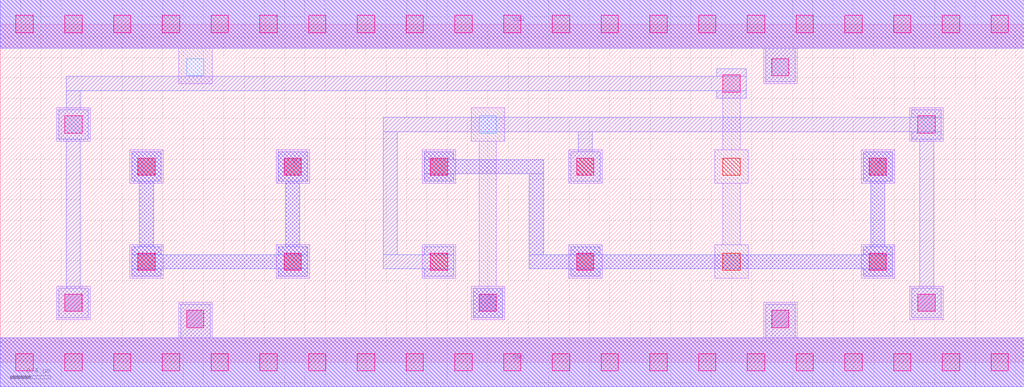
<source format=lef>
MACRO XNOR2X1
 CLASS CORE ;
 FOREIGN XNOR2X1 0 0 ;
 SIZE 10.08 BY 3.33 ;
 ORIGIN 0 0 ;
 SYMMETRY X Y R90 ;
 SITE unit ;
  PIN VDD
   DIRECTION INOUT ;
   USE POWER ;
   SHAPE ABUTMENT ;
    PORT
     CLASS CORE ;
       LAYER li1 ;
        RECT 0.00000000 3.09000000 10.08000000 3.57000000 ;
       LAYER met1 ;
        RECT 0.00000000 3.09000000 10.08000000 3.57000000 ;
    END
  END VDD

  PIN GND
   DIRECTION INOUT ;
   USE POWER ;
   SHAPE ABUTMENT ;
    PORT
     CLASS CORE ;
       LAYER li1 ;
        RECT 0.00000000 -0.24000000 10.08000000 0.24000000 ;
       LAYER met1 ;
        RECT 0.00000000 -0.24000000 10.08000000 0.24000000 ;
    END
  END GND

  PIN Y
   DIRECTION INOUT ;
   USE SIGNAL ;
   SHAPE ABUTMENT ;
    PORT
     CLASS CORE ;
       LAYER met1 ;
        RECT 4.65500000 0.44000000 4.94500000 0.73000000 ;
    END
  END Y

  PIN B
   DIRECTION INOUT ;
   USE SIGNAL ;
   SHAPE ABUTMENT ;
    PORT
     CLASS CORE ;
       LAYER met1 ;
        RECT 1.29500000 0.84500000 1.58500000 0.92000000 ;
        RECT 2.73500000 0.84500000 3.02500000 0.92000000 ;
        RECT 1.29500000 0.92000000 3.02500000 1.06000000 ;
        RECT 1.29500000 1.06000000 1.58500000 1.13500000 ;
        RECT 2.73500000 1.06000000 3.02500000 1.13500000 ;
        RECT 1.37000000 1.13500000 1.51000000 1.78000000 ;
        RECT 2.81000000 1.13500000 2.95000000 1.78000000 ;
        RECT 1.29500000 1.78000000 1.58500000 2.07000000 ;
        RECT 2.73500000 1.78000000 3.02500000 2.07000000 ;
    END
  END B

  PIN A
   DIRECTION INOUT ;
   USE SIGNAL ;
   SHAPE ABUTMENT ;
    PORT
     CLASS CORE ;
       LAYER met1 ;
        RECT 5.61500000 0.84500000 5.90500000 0.92000000 ;
        RECT 8.49500000 0.84500000 8.78500000 0.92000000 ;
        RECT 5.21000000 0.92000000 8.78500000 1.06000000 ;
        RECT 5.61500000 1.06000000 5.90500000 1.13500000 ;
        RECT 8.49500000 1.06000000 8.78500000 1.13500000 ;
        RECT 8.57000000 1.13500000 8.71000000 1.78000000 ;
        RECT 4.17500000 1.78000000 4.46500000 1.85500000 ;
        RECT 5.21000000 1.06000000 5.35000000 1.85500000 ;
        RECT 4.17500000 1.85500000 5.35000000 1.99500000 ;
        RECT 4.17500000 1.99500000 4.46500000 2.07000000 ;
        RECT 8.49500000 1.78000000 8.78500000 2.07000000 ;
    END
  END A

 OBS
    LAYER polycont ;
     RECT 1.35500000 0.90500000 1.52500000 1.07500000 ;
     RECT 2.79500000 0.90500000 2.96500000 1.07500000 ;
     RECT 4.23500000 0.90500000 4.40500000 1.07500000 ;
     RECT 5.67500000 0.90500000 5.84500000 1.07500000 ;
     RECT 7.11500000 0.90500000 7.28500000 1.07500000 ;
     RECT 8.55500000 0.90500000 8.72500000 1.07500000 ;
     RECT 1.35500000 1.84000000 1.52500000 2.01000000 ;
     RECT 2.79500000 1.84000000 2.96500000 2.01000000 ;
     RECT 4.23500000 1.84000000 4.40500000 2.01000000 ;
     RECT 5.67500000 1.84000000 5.84500000 2.01000000 ;
     RECT 7.11500000 1.84000000 7.28500000 2.01000000 ;
     RECT 8.55500000 1.84000000 8.72500000 2.01000000 ;

    LAYER pdiffc ;
     RECT 0.63500000 2.25500000 0.80500000 2.42500000 ;
     RECT 4.71500000 2.25500000 4.88500000 2.42500000 ;
     RECT 9.03500000 2.25500000 9.20500000 2.42500000 ;
     RECT 1.83500000 2.82000000 2.00500000 2.99000000 ;
     RECT 7.59500000 2.82000000 7.76500000 2.99000000 ;

    LAYER ndiffc ;
     RECT 1.83500000 0.34000000 2.00500000 0.51000000 ;
     RECT 7.59500000 0.34000000 7.76500000 0.51000000 ;
     RECT 0.63500000 0.50000000 0.80500000 0.67000000 ;
     RECT 4.71500000 0.50000000 4.88500000 0.67000000 ;
     RECT 9.03500000 0.50000000 9.20500000 0.67000000 ;

    LAYER li1 ;
     RECT 0.00000000 -0.24000000 10.08000000 0.24000000 ;
     RECT 1.75500000 0.24000000 2.08500000 0.59000000 ;
     RECT 7.51500000 0.24000000 7.84500000 0.59000000 ;
     RECT 0.55500000 0.42000000 0.88500000 0.75000000 ;
     RECT 8.95500000 0.42000000 9.28500000 0.75000000 ;
     RECT 1.27500000 0.82500000 1.60500000 1.15500000 ;
     RECT 2.71500000 0.82500000 3.04500000 1.15500000 ;
     RECT 4.15500000 0.82500000 4.48500000 1.15500000 ;
     RECT 5.59500000 0.82500000 5.92500000 1.15500000 ;
     RECT 8.47500000 0.82500000 8.80500000 1.15500000 ;
     RECT 1.27500000 1.76000000 1.60500000 2.09000000 ;
     RECT 2.71500000 1.76000000 3.04500000 2.09000000 ;
     RECT 4.15500000 1.76000000 4.48500000 2.09000000 ;
     RECT 5.59500000 1.76000000 5.92500000 2.09000000 ;
     RECT 8.47500000 1.76000000 8.80500000 2.09000000 ;
     RECT 0.55500000 2.17500000 0.88500000 2.50500000 ;
     RECT 4.63500000 0.42000000 4.96500000 0.75000000 ;
     RECT 4.71500000 0.75000000 4.88500000 2.17500000 ;
     RECT 4.63500000 2.17500000 4.96500000 2.50500000 ;
     RECT 8.95500000 2.17500000 9.28500000 2.50500000 ;
     RECT 7.03500000 0.82500000 7.36500000 1.15500000 ;
     RECT 7.11500000 1.15500000 7.28500000 1.76000000 ;
     RECT 7.03500000 1.76000000 7.36500000 2.09000000 ;
     RECT 7.11500000 2.09000000 7.28500000 2.83000000 ;
     RECT 1.75500000 2.74000000 2.08500000 3.09000000 ;
     RECT 7.51500000 2.74000000 7.84500000 3.09000000 ;
     RECT 0.00000000 3.09000000 10.08000000 3.57000000 ;

    LAYER viali ;
     RECT 0.15500000 -0.08500000 0.32500000 0.08500000 ;
     RECT 0.63500000 -0.08500000 0.80500000 0.08500000 ;
     RECT 1.11500000 -0.08500000 1.28500000 0.08500000 ;
     RECT 1.59500000 -0.08500000 1.76500000 0.08500000 ;
     RECT 2.07500000 -0.08500000 2.24500000 0.08500000 ;
     RECT 2.55500000 -0.08500000 2.72500000 0.08500000 ;
     RECT 3.03500000 -0.08500000 3.20500000 0.08500000 ;
     RECT 3.51500000 -0.08500000 3.68500000 0.08500000 ;
     RECT 3.99500000 -0.08500000 4.16500000 0.08500000 ;
     RECT 4.47500000 -0.08500000 4.64500000 0.08500000 ;
     RECT 4.95500000 -0.08500000 5.12500000 0.08500000 ;
     RECT 5.43500000 -0.08500000 5.60500000 0.08500000 ;
     RECT 5.91500000 -0.08500000 6.08500000 0.08500000 ;
     RECT 6.39500000 -0.08500000 6.56500000 0.08500000 ;
     RECT 6.87500000 -0.08500000 7.04500000 0.08500000 ;
     RECT 7.35500000 -0.08500000 7.52500000 0.08500000 ;
     RECT 7.83500000 -0.08500000 8.00500000 0.08500000 ;
     RECT 8.31500000 -0.08500000 8.48500000 0.08500000 ;
     RECT 8.79500000 -0.08500000 8.96500000 0.08500000 ;
     RECT 9.27500000 -0.08500000 9.44500000 0.08500000 ;
     RECT 9.75500000 -0.08500000 9.92500000 0.08500000 ;
     RECT 1.83500000 0.34000000 2.00500000 0.51000000 ;
     RECT 7.59500000 0.34000000 7.76500000 0.51000000 ;
     RECT 0.63500000 0.50000000 0.80500000 0.67000000 ;
     RECT 4.71500000 0.50000000 4.88500000 0.67000000 ;
     RECT 9.03500000 0.50000000 9.20500000 0.67000000 ;
     RECT 1.35500000 0.90500000 1.52500000 1.07500000 ;
     RECT 2.79500000 0.90500000 2.96500000 1.07500000 ;
     RECT 4.23500000 0.90500000 4.40500000 1.07500000 ;
     RECT 5.67500000 0.90500000 5.84500000 1.07500000 ;
     RECT 8.55500000 0.90500000 8.72500000 1.07500000 ;
     RECT 1.35500000 1.84000000 1.52500000 2.01000000 ;
     RECT 2.79500000 1.84000000 2.96500000 2.01000000 ;
     RECT 4.23500000 1.84000000 4.40500000 2.01000000 ;
     RECT 5.67500000 1.84000000 5.84500000 2.01000000 ;
     RECT 8.55500000 1.84000000 8.72500000 2.01000000 ;
     RECT 0.63500000 2.25500000 0.80500000 2.42500000 ;
     RECT 9.03500000 2.25500000 9.20500000 2.42500000 ;
     RECT 7.11500000 2.66000000 7.28500000 2.83000000 ;
     RECT 7.59500000 2.82000000 7.76500000 2.99000000 ;
     RECT 0.15500000 3.24500000 0.32500000 3.41500000 ;
     RECT 0.63500000 3.24500000 0.80500000 3.41500000 ;
     RECT 1.11500000 3.24500000 1.28500000 3.41500000 ;
     RECT 1.59500000 3.24500000 1.76500000 3.41500000 ;
     RECT 2.07500000 3.24500000 2.24500000 3.41500000 ;
     RECT 2.55500000 3.24500000 2.72500000 3.41500000 ;
     RECT 3.03500000 3.24500000 3.20500000 3.41500000 ;
     RECT 3.51500000 3.24500000 3.68500000 3.41500000 ;
     RECT 3.99500000 3.24500000 4.16500000 3.41500000 ;
     RECT 4.47500000 3.24500000 4.64500000 3.41500000 ;
     RECT 4.95500000 3.24500000 5.12500000 3.41500000 ;
     RECT 5.43500000 3.24500000 5.60500000 3.41500000 ;
     RECT 5.91500000 3.24500000 6.08500000 3.41500000 ;
     RECT 6.39500000 3.24500000 6.56500000 3.41500000 ;
     RECT 6.87500000 3.24500000 7.04500000 3.41500000 ;
     RECT 7.35500000 3.24500000 7.52500000 3.41500000 ;
     RECT 7.83500000 3.24500000 8.00500000 3.41500000 ;
     RECT 8.31500000 3.24500000 8.48500000 3.41500000 ;
     RECT 8.79500000 3.24500000 8.96500000 3.41500000 ;
     RECT 9.27500000 3.24500000 9.44500000 3.41500000 ;
     RECT 9.75500000 3.24500000 9.92500000 3.41500000 ;

    LAYER met1 ;
     RECT 0.00000000 -0.24000000 10.08000000 0.24000000 ;
     RECT 1.77500000 0.24000000 2.06500000 0.57000000 ;
     RECT 7.53500000 0.24000000 7.82500000 0.57000000 ;
     RECT 4.65500000 0.44000000 4.94500000 0.73000000 ;
     RECT 1.29500000 0.84500000 1.58500000 0.92000000 ;
     RECT 2.73500000 0.84500000 3.02500000 0.92000000 ;
     RECT 1.29500000 0.92000000 3.02500000 1.06000000 ;
     RECT 1.29500000 1.06000000 1.58500000 1.13500000 ;
     RECT 2.73500000 1.06000000 3.02500000 1.13500000 ;
     RECT 1.37000000 1.13500000 1.51000000 1.78000000 ;
     RECT 2.81000000 1.13500000 2.95000000 1.78000000 ;
     RECT 1.29500000 1.78000000 1.58500000 2.07000000 ;
     RECT 2.73500000 1.78000000 3.02500000 2.07000000 ;
     RECT 5.61500000 0.84500000 5.90500000 0.92000000 ;
     RECT 8.49500000 0.84500000 8.78500000 0.92000000 ;
     RECT 5.21000000 0.92000000 8.78500000 1.06000000 ;
     RECT 5.61500000 1.06000000 5.90500000 1.13500000 ;
     RECT 8.49500000 1.06000000 8.78500000 1.13500000 ;
     RECT 8.57000000 1.13500000 8.71000000 1.78000000 ;
     RECT 4.17500000 1.78000000 4.46500000 1.85500000 ;
     RECT 5.21000000 1.06000000 5.35000000 1.85500000 ;
     RECT 4.17500000 1.85500000 5.35000000 1.99500000 ;
     RECT 4.17500000 1.99500000 4.46500000 2.07000000 ;
     RECT 8.49500000 1.78000000 8.78500000 2.07000000 ;
     RECT 8.97500000 0.44000000 9.26500000 0.73000000 ;
     RECT 4.17500000 0.84500000 4.46500000 0.92000000 ;
     RECT 3.77000000 0.92000000 4.46500000 1.06000000 ;
     RECT 4.17500000 1.06000000 4.46500000 1.13500000 ;
     RECT 5.61500000 1.78000000 5.90500000 2.07000000 ;
     RECT 9.05000000 0.73000000 9.19000000 2.19500000 ;
     RECT 3.77000000 1.06000000 3.91000000 2.27000000 ;
     RECT 5.69000000 2.07000000 5.83000000 2.27000000 ;
     RECT 8.97500000 2.19500000 9.26500000 2.27000000 ;
     RECT 3.77000000 2.27000000 9.26500000 2.41000000 ;
     RECT 8.97500000 2.41000000 9.26500000 2.48500000 ;
     RECT 0.57500000 0.44000000 0.86500000 0.73000000 ;
     RECT 0.65000000 0.73000000 0.79000000 2.19500000 ;
     RECT 0.57500000 2.19500000 0.86500000 2.48500000 ;
     RECT 0.65000000 2.48500000 0.79000000 2.67500000 ;
     RECT 7.05500000 2.60000000 7.34500000 2.67500000 ;
     RECT 0.65000000 2.67500000 7.34500000 2.81500000 ;
     RECT 7.05500000 2.81500000 7.34500000 2.89000000 ;
     RECT 7.53500000 2.76000000 7.82500000 3.09000000 ;
     RECT 0.00000000 3.09000000 10.08000000 3.57000000 ;

 END
END XNOR2X1

</source>
